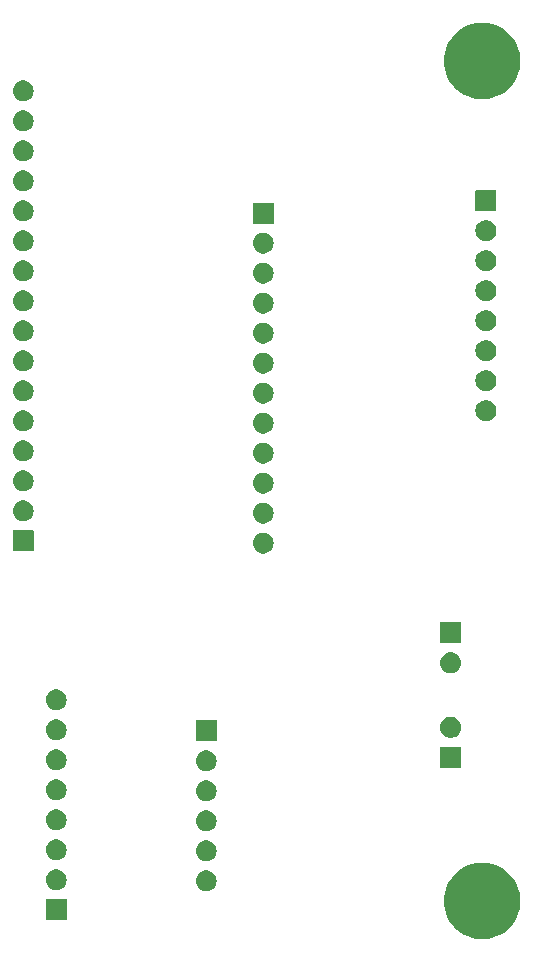
<source format=gbr>
%TF.GenerationSoftware,KiCad,Pcbnew,8.0.3*%
%TF.CreationDate,2024-07-09T13:00:30-04:00*%
%TF.ProjectId,PCB,5043422e-6b69-4636-9164-5f7063625858,rev?*%
%TF.SameCoordinates,Original*%
%TF.FileFunction,Soldermask,Bot*%
%TF.FilePolarity,Negative*%
%FSLAX46Y46*%
G04 Gerber Fmt 4.6, Leading zero omitted, Abs format (unit mm)*
G04 Created by KiCad (PCBNEW 8.0.3) date 2024-07-09 13:00:30*
%MOMM*%
%LPD*%
G01*
G04 APERTURE LIST*
G04 APERTURE END LIST*
G36*
X70881850Y-104754656D02*
G01*
X71224257Y-104830025D01*
X71556507Y-104941973D01*
X71874707Y-105089188D01*
X72175124Y-105269943D01*
X72454237Y-105482119D01*
X72708773Y-105723229D01*
X72935749Y-105990446D01*
X73132504Y-106280637D01*
X73296729Y-106590399D01*
X73426501Y-106916102D01*
X73520297Y-107253926D01*
X73577019Y-107599911D01*
X73596000Y-107950000D01*
X73577019Y-108300089D01*
X73520297Y-108646074D01*
X73426501Y-108983898D01*
X73296729Y-109309601D01*
X73132504Y-109619363D01*
X72935749Y-109909554D01*
X72708773Y-110176771D01*
X72454237Y-110417881D01*
X72175124Y-110630057D01*
X71874707Y-110810812D01*
X71556507Y-110958027D01*
X71224257Y-111069975D01*
X70881850Y-111145344D01*
X70533302Y-111183251D01*
X70182698Y-111183251D01*
X69834150Y-111145344D01*
X69491743Y-111069975D01*
X69159493Y-110958027D01*
X68841293Y-110810812D01*
X68540876Y-110630057D01*
X68261763Y-110417881D01*
X68007227Y-110176771D01*
X67780251Y-109909554D01*
X67583496Y-109619363D01*
X67419271Y-109309601D01*
X67289499Y-108983898D01*
X67195703Y-108646074D01*
X67138981Y-108300089D01*
X67120000Y-107950000D01*
X67138981Y-107599911D01*
X67195703Y-107253926D01*
X67289499Y-106916102D01*
X67419271Y-106590399D01*
X67583496Y-106280637D01*
X67780251Y-105990446D01*
X68007227Y-105723229D01*
X68261763Y-105482119D01*
X68540876Y-105269943D01*
X68841293Y-105089188D01*
X69159493Y-104941973D01*
X69491743Y-104830025D01*
X69834150Y-104754656D01*
X70182698Y-104716749D01*
X70533302Y-104716749D01*
X70881850Y-104754656D01*
G37*
G36*
X35154542Y-107811893D02*
G01*
X35166870Y-107820130D01*
X35175107Y-107832458D01*
X35178000Y-107847000D01*
X35178000Y-109547000D01*
X35175107Y-109561542D01*
X35166870Y-109573870D01*
X35154542Y-109582107D01*
X35140000Y-109585000D01*
X33440000Y-109585000D01*
X33425458Y-109582107D01*
X33413130Y-109573870D01*
X33404893Y-109561542D01*
X33402000Y-109547000D01*
X33402000Y-107847000D01*
X33404893Y-107832458D01*
X33413130Y-107820130D01*
X33425458Y-107811893D01*
X33440000Y-107809000D01*
X35140000Y-107809000D01*
X35154542Y-107811893D01*
G37*
G36*
X47264407Y-105406462D02*
G01*
X47434000Y-105481969D01*
X47584188Y-105591087D01*
X47708407Y-105729047D01*
X47801228Y-105889818D01*
X47858595Y-106066374D01*
X47878000Y-106251000D01*
X47858595Y-106435626D01*
X47801228Y-106612182D01*
X47708407Y-106772953D01*
X47584188Y-106910913D01*
X47434000Y-107020031D01*
X47264407Y-107095538D01*
X47082821Y-107134135D01*
X46897179Y-107134135D01*
X46715593Y-107095538D01*
X46546000Y-107020031D01*
X46395812Y-106910913D01*
X46271593Y-106772953D01*
X46178772Y-106612182D01*
X46121405Y-106435626D01*
X46102000Y-106251000D01*
X46121405Y-106066374D01*
X46178772Y-105889818D01*
X46271593Y-105729047D01*
X46395812Y-105591087D01*
X46546000Y-105481969D01*
X46715593Y-105406462D01*
X46897179Y-105367865D01*
X47082821Y-105367865D01*
X47264407Y-105406462D01*
G37*
G36*
X34564407Y-105312462D02*
G01*
X34734000Y-105387969D01*
X34884188Y-105497087D01*
X35008407Y-105635047D01*
X35101228Y-105795818D01*
X35158595Y-105972374D01*
X35178000Y-106157000D01*
X35158595Y-106341626D01*
X35101228Y-106518182D01*
X35008407Y-106678953D01*
X34884188Y-106816913D01*
X34734000Y-106926031D01*
X34564407Y-107001538D01*
X34382821Y-107040135D01*
X34197179Y-107040135D01*
X34015593Y-107001538D01*
X33846000Y-106926031D01*
X33695812Y-106816913D01*
X33571593Y-106678953D01*
X33478772Y-106518182D01*
X33421405Y-106341626D01*
X33402000Y-106157000D01*
X33421405Y-105972374D01*
X33478772Y-105795818D01*
X33571593Y-105635047D01*
X33695812Y-105497087D01*
X33846000Y-105387969D01*
X34015593Y-105312462D01*
X34197179Y-105273865D01*
X34382821Y-105273865D01*
X34564407Y-105312462D01*
G37*
G36*
X47264407Y-102866462D02*
G01*
X47434000Y-102941969D01*
X47584188Y-103051087D01*
X47708407Y-103189047D01*
X47801228Y-103349818D01*
X47858595Y-103526374D01*
X47878000Y-103711000D01*
X47858595Y-103895626D01*
X47801228Y-104072182D01*
X47708407Y-104232953D01*
X47584188Y-104370913D01*
X47434000Y-104480031D01*
X47264407Y-104555538D01*
X47082821Y-104594135D01*
X46897179Y-104594135D01*
X46715593Y-104555538D01*
X46546000Y-104480031D01*
X46395812Y-104370913D01*
X46271593Y-104232953D01*
X46178772Y-104072182D01*
X46121405Y-103895626D01*
X46102000Y-103711000D01*
X46121405Y-103526374D01*
X46178772Y-103349818D01*
X46271593Y-103189047D01*
X46395812Y-103051087D01*
X46546000Y-102941969D01*
X46715593Y-102866462D01*
X46897179Y-102827865D01*
X47082821Y-102827865D01*
X47264407Y-102866462D01*
G37*
G36*
X34564407Y-102772462D02*
G01*
X34734000Y-102847969D01*
X34884188Y-102957087D01*
X35008407Y-103095047D01*
X35101228Y-103255818D01*
X35158595Y-103432374D01*
X35178000Y-103617000D01*
X35158595Y-103801626D01*
X35101228Y-103978182D01*
X35008407Y-104138953D01*
X34884188Y-104276913D01*
X34734000Y-104386031D01*
X34564407Y-104461538D01*
X34382821Y-104500135D01*
X34197179Y-104500135D01*
X34015593Y-104461538D01*
X33846000Y-104386031D01*
X33695812Y-104276913D01*
X33571593Y-104138953D01*
X33478772Y-103978182D01*
X33421405Y-103801626D01*
X33402000Y-103617000D01*
X33421405Y-103432374D01*
X33478772Y-103255818D01*
X33571593Y-103095047D01*
X33695812Y-102957087D01*
X33846000Y-102847969D01*
X34015593Y-102772462D01*
X34197179Y-102733865D01*
X34382821Y-102733865D01*
X34564407Y-102772462D01*
G37*
G36*
X47264407Y-100326462D02*
G01*
X47434000Y-100401969D01*
X47584188Y-100511087D01*
X47708407Y-100649047D01*
X47801228Y-100809818D01*
X47858595Y-100986374D01*
X47878000Y-101171000D01*
X47858595Y-101355626D01*
X47801228Y-101532182D01*
X47708407Y-101692953D01*
X47584188Y-101830913D01*
X47434000Y-101940031D01*
X47264407Y-102015538D01*
X47082821Y-102054135D01*
X46897179Y-102054135D01*
X46715593Y-102015538D01*
X46546000Y-101940031D01*
X46395812Y-101830913D01*
X46271593Y-101692953D01*
X46178772Y-101532182D01*
X46121405Y-101355626D01*
X46102000Y-101171000D01*
X46121405Y-100986374D01*
X46178772Y-100809818D01*
X46271593Y-100649047D01*
X46395812Y-100511087D01*
X46546000Y-100401969D01*
X46715593Y-100326462D01*
X46897179Y-100287865D01*
X47082821Y-100287865D01*
X47264407Y-100326462D01*
G37*
G36*
X34564407Y-100232462D02*
G01*
X34734000Y-100307969D01*
X34884188Y-100417087D01*
X35008407Y-100555047D01*
X35101228Y-100715818D01*
X35158595Y-100892374D01*
X35178000Y-101077000D01*
X35158595Y-101261626D01*
X35101228Y-101438182D01*
X35008407Y-101598953D01*
X34884188Y-101736913D01*
X34734000Y-101846031D01*
X34564407Y-101921538D01*
X34382821Y-101960135D01*
X34197179Y-101960135D01*
X34015593Y-101921538D01*
X33846000Y-101846031D01*
X33695812Y-101736913D01*
X33571593Y-101598953D01*
X33478772Y-101438182D01*
X33421405Y-101261626D01*
X33402000Y-101077000D01*
X33421405Y-100892374D01*
X33478772Y-100715818D01*
X33571593Y-100555047D01*
X33695812Y-100417087D01*
X33846000Y-100307969D01*
X34015593Y-100232462D01*
X34197179Y-100193865D01*
X34382821Y-100193865D01*
X34564407Y-100232462D01*
G37*
G36*
X47264407Y-97786462D02*
G01*
X47434000Y-97861969D01*
X47584188Y-97971087D01*
X47708407Y-98109047D01*
X47801228Y-98269818D01*
X47858595Y-98446374D01*
X47878000Y-98631000D01*
X47858595Y-98815626D01*
X47801228Y-98992182D01*
X47708407Y-99152953D01*
X47584188Y-99290913D01*
X47434000Y-99400031D01*
X47264407Y-99475538D01*
X47082821Y-99514135D01*
X46897179Y-99514135D01*
X46715593Y-99475538D01*
X46546000Y-99400031D01*
X46395812Y-99290913D01*
X46271593Y-99152953D01*
X46178772Y-98992182D01*
X46121405Y-98815626D01*
X46102000Y-98631000D01*
X46121405Y-98446374D01*
X46178772Y-98269818D01*
X46271593Y-98109047D01*
X46395812Y-97971087D01*
X46546000Y-97861969D01*
X46715593Y-97786462D01*
X46897179Y-97747865D01*
X47082821Y-97747865D01*
X47264407Y-97786462D01*
G37*
G36*
X34564407Y-97692462D02*
G01*
X34734000Y-97767969D01*
X34884188Y-97877087D01*
X35008407Y-98015047D01*
X35101228Y-98175818D01*
X35158595Y-98352374D01*
X35178000Y-98537000D01*
X35158595Y-98721626D01*
X35101228Y-98898182D01*
X35008407Y-99058953D01*
X34884188Y-99196913D01*
X34734000Y-99306031D01*
X34564407Y-99381538D01*
X34382821Y-99420135D01*
X34197179Y-99420135D01*
X34015593Y-99381538D01*
X33846000Y-99306031D01*
X33695812Y-99196913D01*
X33571593Y-99058953D01*
X33478772Y-98898182D01*
X33421405Y-98721626D01*
X33402000Y-98537000D01*
X33421405Y-98352374D01*
X33478772Y-98175818D01*
X33571593Y-98015047D01*
X33695812Y-97877087D01*
X33846000Y-97767969D01*
X34015593Y-97692462D01*
X34197179Y-97653865D01*
X34382821Y-97653865D01*
X34564407Y-97692462D01*
G37*
G36*
X47264407Y-95246462D02*
G01*
X47434000Y-95321969D01*
X47584188Y-95431087D01*
X47708407Y-95569047D01*
X47801228Y-95729818D01*
X47858595Y-95906374D01*
X47878000Y-96091000D01*
X47858595Y-96275626D01*
X47801228Y-96452182D01*
X47708407Y-96612953D01*
X47584188Y-96750913D01*
X47434000Y-96860031D01*
X47264407Y-96935538D01*
X47082821Y-96974135D01*
X46897179Y-96974135D01*
X46715593Y-96935538D01*
X46546000Y-96860031D01*
X46395812Y-96750913D01*
X46271593Y-96612953D01*
X46178772Y-96452182D01*
X46121405Y-96275626D01*
X46102000Y-96091000D01*
X46121405Y-95906374D01*
X46178772Y-95729818D01*
X46271593Y-95569047D01*
X46395812Y-95431087D01*
X46546000Y-95321969D01*
X46715593Y-95246462D01*
X46897179Y-95207865D01*
X47082821Y-95207865D01*
X47264407Y-95246462D01*
G37*
G36*
X34564407Y-95152462D02*
G01*
X34734000Y-95227969D01*
X34884188Y-95337087D01*
X35008407Y-95475047D01*
X35101228Y-95635818D01*
X35158595Y-95812374D01*
X35178000Y-95997000D01*
X35158595Y-96181626D01*
X35101228Y-96358182D01*
X35008407Y-96518953D01*
X34884188Y-96656913D01*
X34734000Y-96766031D01*
X34564407Y-96841538D01*
X34382821Y-96880135D01*
X34197179Y-96880135D01*
X34015593Y-96841538D01*
X33846000Y-96766031D01*
X33695812Y-96656913D01*
X33571593Y-96518953D01*
X33478772Y-96358182D01*
X33421405Y-96181626D01*
X33402000Y-95997000D01*
X33421405Y-95812374D01*
X33478772Y-95635818D01*
X33571593Y-95475047D01*
X33695812Y-95337087D01*
X33846000Y-95227969D01*
X34015593Y-95152462D01*
X34197179Y-95113865D01*
X34382821Y-95113865D01*
X34564407Y-95152462D01*
G37*
G36*
X68542542Y-94919893D02*
G01*
X68554870Y-94928130D01*
X68563107Y-94940458D01*
X68566000Y-94955000D01*
X68566000Y-96655000D01*
X68563107Y-96669542D01*
X68554870Y-96681870D01*
X68542542Y-96690107D01*
X68528000Y-96693000D01*
X66828000Y-96693000D01*
X66813458Y-96690107D01*
X66801130Y-96681870D01*
X66792893Y-96669542D01*
X66790000Y-96655000D01*
X66790000Y-94955000D01*
X66792893Y-94940458D01*
X66801130Y-94928130D01*
X66813458Y-94919893D01*
X66828000Y-94917000D01*
X68528000Y-94917000D01*
X68542542Y-94919893D01*
G37*
G36*
X47854542Y-92665893D02*
G01*
X47866870Y-92674130D01*
X47875107Y-92686458D01*
X47878000Y-92701000D01*
X47878000Y-94401000D01*
X47875107Y-94415542D01*
X47866870Y-94427870D01*
X47854542Y-94436107D01*
X47840000Y-94439000D01*
X46140000Y-94439000D01*
X46125458Y-94436107D01*
X46113130Y-94427870D01*
X46104893Y-94415542D01*
X46102000Y-94401000D01*
X46102000Y-92701000D01*
X46104893Y-92686458D01*
X46113130Y-92674130D01*
X46125458Y-92665893D01*
X46140000Y-92663000D01*
X47840000Y-92663000D01*
X47854542Y-92665893D01*
G37*
G36*
X34564407Y-92612462D02*
G01*
X34734000Y-92687969D01*
X34884188Y-92797087D01*
X35008407Y-92935047D01*
X35101228Y-93095818D01*
X35158595Y-93272374D01*
X35178000Y-93457000D01*
X35158595Y-93641626D01*
X35101228Y-93818182D01*
X35008407Y-93978953D01*
X34884188Y-94116913D01*
X34734000Y-94226031D01*
X34564407Y-94301538D01*
X34382821Y-94340135D01*
X34197179Y-94340135D01*
X34015593Y-94301538D01*
X33846000Y-94226031D01*
X33695812Y-94116913D01*
X33571593Y-93978953D01*
X33478772Y-93818182D01*
X33421405Y-93641626D01*
X33402000Y-93457000D01*
X33421405Y-93272374D01*
X33478772Y-93095818D01*
X33571593Y-92935047D01*
X33695812Y-92797087D01*
X33846000Y-92687969D01*
X34015593Y-92612462D01*
X34197179Y-92573865D01*
X34382821Y-92573865D01*
X34564407Y-92612462D01*
G37*
G36*
X67952407Y-92420462D02*
G01*
X68122000Y-92495969D01*
X68272188Y-92605087D01*
X68396407Y-92743047D01*
X68489228Y-92903818D01*
X68546595Y-93080374D01*
X68566000Y-93265000D01*
X68546595Y-93449626D01*
X68489228Y-93626182D01*
X68396407Y-93786953D01*
X68272188Y-93924913D01*
X68122000Y-94034031D01*
X67952407Y-94109538D01*
X67770821Y-94148135D01*
X67585179Y-94148135D01*
X67403593Y-94109538D01*
X67234000Y-94034031D01*
X67083812Y-93924913D01*
X66959593Y-93786953D01*
X66866772Y-93626182D01*
X66809405Y-93449626D01*
X66790000Y-93265000D01*
X66809405Y-93080374D01*
X66866772Y-92903818D01*
X66959593Y-92743047D01*
X67083812Y-92605087D01*
X67234000Y-92495969D01*
X67403593Y-92420462D01*
X67585179Y-92381865D01*
X67770821Y-92381865D01*
X67952407Y-92420462D01*
G37*
G36*
X34564407Y-90072462D02*
G01*
X34734000Y-90147969D01*
X34884188Y-90257087D01*
X35008407Y-90395047D01*
X35101228Y-90555818D01*
X35158595Y-90732374D01*
X35178000Y-90917000D01*
X35158595Y-91101626D01*
X35101228Y-91278182D01*
X35008407Y-91438953D01*
X34884188Y-91576913D01*
X34734000Y-91686031D01*
X34564407Y-91761538D01*
X34382821Y-91800135D01*
X34197179Y-91800135D01*
X34015593Y-91761538D01*
X33846000Y-91686031D01*
X33695812Y-91576913D01*
X33571593Y-91438953D01*
X33478772Y-91278182D01*
X33421405Y-91101626D01*
X33402000Y-90917000D01*
X33421405Y-90732374D01*
X33478772Y-90555818D01*
X33571593Y-90395047D01*
X33695812Y-90257087D01*
X33846000Y-90147969D01*
X34015593Y-90072462D01*
X34197179Y-90033865D01*
X34382821Y-90033865D01*
X34564407Y-90072462D01*
G37*
G36*
X67952407Y-86950462D02*
G01*
X68122000Y-87025969D01*
X68272188Y-87135087D01*
X68396407Y-87273047D01*
X68489228Y-87433818D01*
X68546595Y-87610374D01*
X68566000Y-87795000D01*
X68546595Y-87979626D01*
X68489228Y-88156182D01*
X68396407Y-88316953D01*
X68272188Y-88454913D01*
X68122000Y-88564031D01*
X67952407Y-88639538D01*
X67770821Y-88678135D01*
X67585179Y-88678135D01*
X67403593Y-88639538D01*
X67234000Y-88564031D01*
X67083812Y-88454913D01*
X66959593Y-88316953D01*
X66866772Y-88156182D01*
X66809405Y-87979626D01*
X66790000Y-87795000D01*
X66809405Y-87610374D01*
X66866772Y-87433818D01*
X66959593Y-87273047D01*
X67083812Y-87135087D01*
X67234000Y-87025969D01*
X67403593Y-86950462D01*
X67585179Y-86911865D01*
X67770821Y-86911865D01*
X67952407Y-86950462D01*
G37*
G36*
X68542542Y-84369893D02*
G01*
X68554870Y-84378130D01*
X68563107Y-84390458D01*
X68566000Y-84405000D01*
X68566000Y-86105000D01*
X68563107Y-86119542D01*
X68554870Y-86131870D01*
X68542542Y-86140107D01*
X68528000Y-86143000D01*
X66828000Y-86143000D01*
X66813458Y-86140107D01*
X66801130Y-86131870D01*
X66792893Y-86119542D01*
X66790000Y-86105000D01*
X66790000Y-84405000D01*
X66792893Y-84390458D01*
X66801130Y-84378130D01*
X66813458Y-84369893D01*
X66828000Y-84367000D01*
X68528000Y-84367000D01*
X68542542Y-84369893D01*
G37*
G36*
X52090407Y-76815462D02*
G01*
X52260000Y-76890969D01*
X52410188Y-77000087D01*
X52534407Y-77138047D01*
X52627228Y-77298818D01*
X52684595Y-77475374D01*
X52704000Y-77660000D01*
X52684595Y-77844626D01*
X52627228Y-78021182D01*
X52534407Y-78181953D01*
X52410188Y-78319913D01*
X52260000Y-78429031D01*
X52090407Y-78504538D01*
X51908821Y-78543135D01*
X51723179Y-78543135D01*
X51541593Y-78504538D01*
X51372000Y-78429031D01*
X51221812Y-78319913D01*
X51097593Y-78181953D01*
X51004772Y-78021182D01*
X50947405Y-77844626D01*
X50928000Y-77660000D01*
X50947405Y-77475374D01*
X51004772Y-77298818D01*
X51097593Y-77138047D01*
X51221812Y-77000087D01*
X51372000Y-76890969D01*
X51541593Y-76815462D01*
X51723179Y-76776865D01*
X51908821Y-76776865D01*
X52090407Y-76815462D01*
G37*
G36*
X32360542Y-76584893D02*
G01*
X32372870Y-76593130D01*
X32381107Y-76605458D01*
X32384000Y-76620000D01*
X32384000Y-78320000D01*
X32381107Y-78334542D01*
X32372870Y-78346870D01*
X32360542Y-78355107D01*
X32346000Y-78358000D01*
X30646000Y-78358000D01*
X30631458Y-78355107D01*
X30619130Y-78346870D01*
X30610893Y-78334542D01*
X30608000Y-78320000D01*
X30608000Y-76620000D01*
X30610893Y-76605458D01*
X30619130Y-76593130D01*
X30631458Y-76584893D01*
X30646000Y-76582000D01*
X32346000Y-76582000D01*
X32360542Y-76584893D01*
G37*
G36*
X52090407Y-74275462D02*
G01*
X52260000Y-74350969D01*
X52410188Y-74460087D01*
X52534407Y-74598047D01*
X52627228Y-74758818D01*
X52684595Y-74935374D01*
X52704000Y-75120000D01*
X52684595Y-75304626D01*
X52627228Y-75481182D01*
X52534407Y-75641953D01*
X52410188Y-75779913D01*
X52260000Y-75889031D01*
X52090407Y-75964538D01*
X51908821Y-76003135D01*
X51723179Y-76003135D01*
X51541593Y-75964538D01*
X51372000Y-75889031D01*
X51221812Y-75779913D01*
X51097593Y-75641953D01*
X51004772Y-75481182D01*
X50947405Y-75304626D01*
X50928000Y-75120000D01*
X50947405Y-74935374D01*
X51004772Y-74758818D01*
X51097593Y-74598047D01*
X51221812Y-74460087D01*
X51372000Y-74350969D01*
X51541593Y-74275462D01*
X51723179Y-74236865D01*
X51908821Y-74236865D01*
X52090407Y-74275462D01*
G37*
G36*
X31770407Y-74085462D02*
G01*
X31940000Y-74160969D01*
X32090188Y-74270087D01*
X32214407Y-74408047D01*
X32307228Y-74568818D01*
X32364595Y-74745374D01*
X32384000Y-74930000D01*
X32364595Y-75114626D01*
X32307228Y-75291182D01*
X32214407Y-75451953D01*
X32090188Y-75589913D01*
X31940000Y-75699031D01*
X31770407Y-75774538D01*
X31588821Y-75813135D01*
X31403179Y-75813135D01*
X31221593Y-75774538D01*
X31052000Y-75699031D01*
X30901812Y-75589913D01*
X30777593Y-75451953D01*
X30684772Y-75291182D01*
X30627405Y-75114626D01*
X30608000Y-74930000D01*
X30627405Y-74745374D01*
X30684772Y-74568818D01*
X30777593Y-74408047D01*
X30901812Y-74270087D01*
X31052000Y-74160969D01*
X31221593Y-74085462D01*
X31403179Y-74046865D01*
X31588821Y-74046865D01*
X31770407Y-74085462D01*
G37*
G36*
X52090407Y-71735462D02*
G01*
X52260000Y-71810969D01*
X52410188Y-71920087D01*
X52534407Y-72058047D01*
X52627228Y-72218818D01*
X52684595Y-72395374D01*
X52704000Y-72580000D01*
X52684595Y-72764626D01*
X52627228Y-72941182D01*
X52534407Y-73101953D01*
X52410188Y-73239913D01*
X52260000Y-73349031D01*
X52090407Y-73424538D01*
X51908821Y-73463135D01*
X51723179Y-73463135D01*
X51541593Y-73424538D01*
X51372000Y-73349031D01*
X51221812Y-73239913D01*
X51097593Y-73101953D01*
X51004772Y-72941182D01*
X50947405Y-72764626D01*
X50928000Y-72580000D01*
X50947405Y-72395374D01*
X51004772Y-72218818D01*
X51097593Y-72058047D01*
X51221812Y-71920087D01*
X51372000Y-71810969D01*
X51541593Y-71735462D01*
X51723179Y-71696865D01*
X51908821Y-71696865D01*
X52090407Y-71735462D01*
G37*
G36*
X31770407Y-71545462D02*
G01*
X31940000Y-71620969D01*
X32090188Y-71730087D01*
X32214407Y-71868047D01*
X32307228Y-72028818D01*
X32364595Y-72205374D01*
X32384000Y-72390000D01*
X32364595Y-72574626D01*
X32307228Y-72751182D01*
X32214407Y-72911953D01*
X32090188Y-73049913D01*
X31940000Y-73159031D01*
X31770407Y-73234538D01*
X31588821Y-73273135D01*
X31403179Y-73273135D01*
X31221593Y-73234538D01*
X31052000Y-73159031D01*
X30901812Y-73049913D01*
X30777593Y-72911953D01*
X30684772Y-72751182D01*
X30627405Y-72574626D01*
X30608000Y-72390000D01*
X30627405Y-72205374D01*
X30684772Y-72028818D01*
X30777593Y-71868047D01*
X30901812Y-71730087D01*
X31052000Y-71620969D01*
X31221593Y-71545462D01*
X31403179Y-71506865D01*
X31588821Y-71506865D01*
X31770407Y-71545462D01*
G37*
G36*
X52090407Y-69195462D02*
G01*
X52260000Y-69270969D01*
X52410188Y-69380087D01*
X52534407Y-69518047D01*
X52627228Y-69678818D01*
X52684595Y-69855374D01*
X52704000Y-70040000D01*
X52684595Y-70224626D01*
X52627228Y-70401182D01*
X52534407Y-70561953D01*
X52410188Y-70699913D01*
X52260000Y-70809031D01*
X52090407Y-70884538D01*
X51908821Y-70923135D01*
X51723179Y-70923135D01*
X51541593Y-70884538D01*
X51372000Y-70809031D01*
X51221812Y-70699913D01*
X51097593Y-70561953D01*
X51004772Y-70401182D01*
X50947405Y-70224626D01*
X50928000Y-70040000D01*
X50947405Y-69855374D01*
X51004772Y-69678818D01*
X51097593Y-69518047D01*
X51221812Y-69380087D01*
X51372000Y-69270969D01*
X51541593Y-69195462D01*
X51723179Y-69156865D01*
X51908821Y-69156865D01*
X52090407Y-69195462D01*
G37*
G36*
X31770407Y-69005462D02*
G01*
X31940000Y-69080969D01*
X32090188Y-69190087D01*
X32214407Y-69328047D01*
X32307228Y-69488818D01*
X32364595Y-69665374D01*
X32384000Y-69850000D01*
X32364595Y-70034626D01*
X32307228Y-70211182D01*
X32214407Y-70371953D01*
X32090188Y-70509913D01*
X31940000Y-70619031D01*
X31770407Y-70694538D01*
X31588821Y-70733135D01*
X31403179Y-70733135D01*
X31221593Y-70694538D01*
X31052000Y-70619031D01*
X30901812Y-70509913D01*
X30777593Y-70371953D01*
X30684772Y-70211182D01*
X30627405Y-70034626D01*
X30608000Y-69850000D01*
X30627405Y-69665374D01*
X30684772Y-69488818D01*
X30777593Y-69328047D01*
X30901812Y-69190087D01*
X31052000Y-69080969D01*
X31221593Y-69005462D01*
X31403179Y-68966865D01*
X31588821Y-68966865D01*
X31770407Y-69005462D01*
G37*
G36*
X52090407Y-66655462D02*
G01*
X52260000Y-66730969D01*
X52410188Y-66840087D01*
X52534407Y-66978047D01*
X52627228Y-67138818D01*
X52684595Y-67315374D01*
X52704000Y-67500000D01*
X52684595Y-67684626D01*
X52627228Y-67861182D01*
X52534407Y-68021953D01*
X52410188Y-68159913D01*
X52260000Y-68269031D01*
X52090407Y-68344538D01*
X51908821Y-68383135D01*
X51723179Y-68383135D01*
X51541593Y-68344538D01*
X51372000Y-68269031D01*
X51221812Y-68159913D01*
X51097593Y-68021953D01*
X51004772Y-67861182D01*
X50947405Y-67684626D01*
X50928000Y-67500000D01*
X50947405Y-67315374D01*
X51004772Y-67138818D01*
X51097593Y-66978047D01*
X51221812Y-66840087D01*
X51372000Y-66730969D01*
X51541593Y-66655462D01*
X51723179Y-66616865D01*
X51908821Y-66616865D01*
X52090407Y-66655462D01*
G37*
G36*
X31770407Y-66465462D02*
G01*
X31940000Y-66540969D01*
X32090188Y-66650087D01*
X32214407Y-66788047D01*
X32307228Y-66948818D01*
X32364595Y-67125374D01*
X32384000Y-67310000D01*
X32364595Y-67494626D01*
X32307228Y-67671182D01*
X32214407Y-67831953D01*
X32090188Y-67969913D01*
X31940000Y-68079031D01*
X31770407Y-68154538D01*
X31588821Y-68193135D01*
X31403179Y-68193135D01*
X31221593Y-68154538D01*
X31052000Y-68079031D01*
X30901812Y-67969913D01*
X30777593Y-67831953D01*
X30684772Y-67671182D01*
X30627405Y-67494626D01*
X30608000Y-67310000D01*
X30627405Y-67125374D01*
X30684772Y-66948818D01*
X30777593Y-66788047D01*
X30901812Y-66650087D01*
X31052000Y-66540969D01*
X31221593Y-66465462D01*
X31403179Y-66426865D01*
X31588821Y-66426865D01*
X31770407Y-66465462D01*
G37*
G36*
X70952407Y-65590462D02*
G01*
X71122000Y-65665969D01*
X71272188Y-65775087D01*
X71396407Y-65913047D01*
X71489228Y-66073818D01*
X71546595Y-66250374D01*
X71566000Y-66435000D01*
X71546595Y-66619626D01*
X71489228Y-66796182D01*
X71396407Y-66956953D01*
X71272188Y-67094913D01*
X71122000Y-67204031D01*
X70952407Y-67279538D01*
X70770821Y-67318135D01*
X70585179Y-67318135D01*
X70403593Y-67279538D01*
X70234000Y-67204031D01*
X70083812Y-67094913D01*
X69959593Y-66956953D01*
X69866772Y-66796182D01*
X69809405Y-66619626D01*
X69790000Y-66435000D01*
X69809405Y-66250374D01*
X69866772Y-66073818D01*
X69959593Y-65913047D01*
X70083812Y-65775087D01*
X70234000Y-65665969D01*
X70403593Y-65590462D01*
X70585179Y-65551865D01*
X70770821Y-65551865D01*
X70952407Y-65590462D01*
G37*
G36*
X52090407Y-64115462D02*
G01*
X52260000Y-64190969D01*
X52410188Y-64300087D01*
X52534407Y-64438047D01*
X52627228Y-64598818D01*
X52684595Y-64775374D01*
X52704000Y-64960000D01*
X52684595Y-65144626D01*
X52627228Y-65321182D01*
X52534407Y-65481953D01*
X52410188Y-65619913D01*
X52260000Y-65729031D01*
X52090407Y-65804538D01*
X51908821Y-65843135D01*
X51723179Y-65843135D01*
X51541593Y-65804538D01*
X51372000Y-65729031D01*
X51221812Y-65619913D01*
X51097593Y-65481953D01*
X51004772Y-65321182D01*
X50947405Y-65144626D01*
X50928000Y-64960000D01*
X50947405Y-64775374D01*
X51004772Y-64598818D01*
X51097593Y-64438047D01*
X51221812Y-64300087D01*
X51372000Y-64190969D01*
X51541593Y-64115462D01*
X51723179Y-64076865D01*
X51908821Y-64076865D01*
X52090407Y-64115462D01*
G37*
G36*
X31770407Y-63925462D02*
G01*
X31940000Y-64000969D01*
X32090188Y-64110087D01*
X32214407Y-64248047D01*
X32307228Y-64408818D01*
X32364595Y-64585374D01*
X32384000Y-64770000D01*
X32364595Y-64954626D01*
X32307228Y-65131182D01*
X32214407Y-65291953D01*
X32090188Y-65429913D01*
X31940000Y-65539031D01*
X31770407Y-65614538D01*
X31588821Y-65653135D01*
X31403179Y-65653135D01*
X31221593Y-65614538D01*
X31052000Y-65539031D01*
X30901812Y-65429913D01*
X30777593Y-65291953D01*
X30684772Y-65131182D01*
X30627405Y-64954626D01*
X30608000Y-64770000D01*
X30627405Y-64585374D01*
X30684772Y-64408818D01*
X30777593Y-64248047D01*
X30901812Y-64110087D01*
X31052000Y-64000969D01*
X31221593Y-63925462D01*
X31403179Y-63886865D01*
X31588821Y-63886865D01*
X31770407Y-63925462D01*
G37*
G36*
X70952407Y-63050462D02*
G01*
X71122000Y-63125969D01*
X71272188Y-63235087D01*
X71396407Y-63373047D01*
X71489228Y-63533818D01*
X71546595Y-63710374D01*
X71566000Y-63895000D01*
X71546595Y-64079626D01*
X71489228Y-64256182D01*
X71396407Y-64416953D01*
X71272188Y-64554913D01*
X71122000Y-64664031D01*
X70952407Y-64739538D01*
X70770821Y-64778135D01*
X70585179Y-64778135D01*
X70403593Y-64739538D01*
X70234000Y-64664031D01*
X70083812Y-64554913D01*
X69959593Y-64416953D01*
X69866772Y-64256182D01*
X69809405Y-64079626D01*
X69790000Y-63895000D01*
X69809405Y-63710374D01*
X69866772Y-63533818D01*
X69959593Y-63373047D01*
X70083812Y-63235087D01*
X70234000Y-63125969D01*
X70403593Y-63050462D01*
X70585179Y-63011865D01*
X70770821Y-63011865D01*
X70952407Y-63050462D01*
G37*
G36*
X52090407Y-61575462D02*
G01*
X52260000Y-61650969D01*
X52410188Y-61760087D01*
X52534407Y-61898047D01*
X52627228Y-62058818D01*
X52684595Y-62235374D01*
X52704000Y-62420000D01*
X52684595Y-62604626D01*
X52627228Y-62781182D01*
X52534407Y-62941953D01*
X52410188Y-63079913D01*
X52260000Y-63189031D01*
X52090407Y-63264538D01*
X51908821Y-63303135D01*
X51723179Y-63303135D01*
X51541593Y-63264538D01*
X51372000Y-63189031D01*
X51221812Y-63079913D01*
X51097593Y-62941953D01*
X51004772Y-62781182D01*
X50947405Y-62604626D01*
X50928000Y-62420000D01*
X50947405Y-62235374D01*
X51004772Y-62058818D01*
X51097593Y-61898047D01*
X51221812Y-61760087D01*
X51372000Y-61650969D01*
X51541593Y-61575462D01*
X51723179Y-61536865D01*
X51908821Y-61536865D01*
X52090407Y-61575462D01*
G37*
G36*
X31770407Y-61385462D02*
G01*
X31940000Y-61460969D01*
X32090188Y-61570087D01*
X32214407Y-61708047D01*
X32307228Y-61868818D01*
X32364595Y-62045374D01*
X32384000Y-62230000D01*
X32364595Y-62414626D01*
X32307228Y-62591182D01*
X32214407Y-62751953D01*
X32090188Y-62889913D01*
X31940000Y-62999031D01*
X31770407Y-63074538D01*
X31588821Y-63113135D01*
X31403179Y-63113135D01*
X31221593Y-63074538D01*
X31052000Y-62999031D01*
X30901812Y-62889913D01*
X30777593Y-62751953D01*
X30684772Y-62591182D01*
X30627405Y-62414626D01*
X30608000Y-62230000D01*
X30627405Y-62045374D01*
X30684772Y-61868818D01*
X30777593Y-61708047D01*
X30901812Y-61570087D01*
X31052000Y-61460969D01*
X31221593Y-61385462D01*
X31403179Y-61346865D01*
X31588821Y-61346865D01*
X31770407Y-61385462D01*
G37*
G36*
X70952407Y-60510462D02*
G01*
X71122000Y-60585969D01*
X71272188Y-60695087D01*
X71396407Y-60833047D01*
X71489228Y-60993818D01*
X71546595Y-61170374D01*
X71566000Y-61355000D01*
X71546595Y-61539626D01*
X71489228Y-61716182D01*
X71396407Y-61876953D01*
X71272188Y-62014913D01*
X71122000Y-62124031D01*
X70952407Y-62199538D01*
X70770821Y-62238135D01*
X70585179Y-62238135D01*
X70403593Y-62199538D01*
X70234000Y-62124031D01*
X70083812Y-62014913D01*
X69959593Y-61876953D01*
X69866772Y-61716182D01*
X69809405Y-61539626D01*
X69790000Y-61355000D01*
X69809405Y-61170374D01*
X69866772Y-60993818D01*
X69959593Y-60833047D01*
X70083812Y-60695087D01*
X70234000Y-60585969D01*
X70403593Y-60510462D01*
X70585179Y-60471865D01*
X70770821Y-60471865D01*
X70952407Y-60510462D01*
G37*
G36*
X52090407Y-59035462D02*
G01*
X52260000Y-59110969D01*
X52410188Y-59220087D01*
X52534407Y-59358047D01*
X52627228Y-59518818D01*
X52684595Y-59695374D01*
X52704000Y-59880000D01*
X52684595Y-60064626D01*
X52627228Y-60241182D01*
X52534407Y-60401953D01*
X52410188Y-60539913D01*
X52260000Y-60649031D01*
X52090407Y-60724538D01*
X51908821Y-60763135D01*
X51723179Y-60763135D01*
X51541593Y-60724538D01*
X51372000Y-60649031D01*
X51221812Y-60539913D01*
X51097593Y-60401953D01*
X51004772Y-60241182D01*
X50947405Y-60064626D01*
X50928000Y-59880000D01*
X50947405Y-59695374D01*
X51004772Y-59518818D01*
X51097593Y-59358047D01*
X51221812Y-59220087D01*
X51372000Y-59110969D01*
X51541593Y-59035462D01*
X51723179Y-58996865D01*
X51908821Y-58996865D01*
X52090407Y-59035462D01*
G37*
G36*
X31770407Y-58845462D02*
G01*
X31940000Y-58920969D01*
X32090188Y-59030087D01*
X32214407Y-59168047D01*
X32307228Y-59328818D01*
X32364595Y-59505374D01*
X32384000Y-59690000D01*
X32364595Y-59874626D01*
X32307228Y-60051182D01*
X32214407Y-60211953D01*
X32090188Y-60349913D01*
X31940000Y-60459031D01*
X31770407Y-60534538D01*
X31588821Y-60573135D01*
X31403179Y-60573135D01*
X31221593Y-60534538D01*
X31052000Y-60459031D01*
X30901812Y-60349913D01*
X30777593Y-60211953D01*
X30684772Y-60051182D01*
X30627405Y-59874626D01*
X30608000Y-59690000D01*
X30627405Y-59505374D01*
X30684772Y-59328818D01*
X30777593Y-59168047D01*
X30901812Y-59030087D01*
X31052000Y-58920969D01*
X31221593Y-58845462D01*
X31403179Y-58806865D01*
X31588821Y-58806865D01*
X31770407Y-58845462D01*
G37*
G36*
X70952407Y-57970462D02*
G01*
X71122000Y-58045969D01*
X71272188Y-58155087D01*
X71396407Y-58293047D01*
X71489228Y-58453818D01*
X71546595Y-58630374D01*
X71566000Y-58815000D01*
X71546595Y-58999626D01*
X71489228Y-59176182D01*
X71396407Y-59336953D01*
X71272188Y-59474913D01*
X71122000Y-59584031D01*
X70952407Y-59659538D01*
X70770821Y-59698135D01*
X70585179Y-59698135D01*
X70403593Y-59659538D01*
X70234000Y-59584031D01*
X70083812Y-59474913D01*
X69959593Y-59336953D01*
X69866772Y-59176182D01*
X69809405Y-58999626D01*
X69790000Y-58815000D01*
X69809405Y-58630374D01*
X69866772Y-58453818D01*
X69959593Y-58293047D01*
X70083812Y-58155087D01*
X70234000Y-58045969D01*
X70403593Y-57970462D01*
X70585179Y-57931865D01*
X70770821Y-57931865D01*
X70952407Y-57970462D01*
G37*
G36*
X52090407Y-56495462D02*
G01*
X52260000Y-56570969D01*
X52410188Y-56680087D01*
X52534407Y-56818047D01*
X52627228Y-56978818D01*
X52684595Y-57155374D01*
X52704000Y-57340000D01*
X52684595Y-57524626D01*
X52627228Y-57701182D01*
X52534407Y-57861953D01*
X52410188Y-57999913D01*
X52260000Y-58109031D01*
X52090407Y-58184538D01*
X51908821Y-58223135D01*
X51723179Y-58223135D01*
X51541593Y-58184538D01*
X51372000Y-58109031D01*
X51221812Y-57999913D01*
X51097593Y-57861953D01*
X51004772Y-57701182D01*
X50947405Y-57524626D01*
X50928000Y-57340000D01*
X50947405Y-57155374D01*
X51004772Y-56978818D01*
X51097593Y-56818047D01*
X51221812Y-56680087D01*
X51372000Y-56570969D01*
X51541593Y-56495462D01*
X51723179Y-56456865D01*
X51908821Y-56456865D01*
X52090407Y-56495462D01*
G37*
G36*
X31770407Y-56305462D02*
G01*
X31940000Y-56380969D01*
X32090188Y-56490087D01*
X32214407Y-56628047D01*
X32307228Y-56788818D01*
X32364595Y-56965374D01*
X32384000Y-57150000D01*
X32364595Y-57334626D01*
X32307228Y-57511182D01*
X32214407Y-57671953D01*
X32090188Y-57809913D01*
X31940000Y-57919031D01*
X31770407Y-57994538D01*
X31588821Y-58033135D01*
X31403179Y-58033135D01*
X31221593Y-57994538D01*
X31052000Y-57919031D01*
X30901812Y-57809913D01*
X30777593Y-57671953D01*
X30684772Y-57511182D01*
X30627405Y-57334626D01*
X30608000Y-57150000D01*
X30627405Y-56965374D01*
X30684772Y-56788818D01*
X30777593Y-56628047D01*
X30901812Y-56490087D01*
X31052000Y-56380969D01*
X31221593Y-56305462D01*
X31403179Y-56266865D01*
X31588821Y-56266865D01*
X31770407Y-56305462D01*
G37*
G36*
X70952407Y-55430462D02*
G01*
X71122000Y-55505969D01*
X71272188Y-55615087D01*
X71396407Y-55753047D01*
X71489228Y-55913818D01*
X71546595Y-56090374D01*
X71566000Y-56275000D01*
X71546595Y-56459626D01*
X71489228Y-56636182D01*
X71396407Y-56796953D01*
X71272188Y-56934913D01*
X71122000Y-57044031D01*
X70952407Y-57119538D01*
X70770821Y-57158135D01*
X70585179Y-57158135D01*
X70403593Y-57119538D01*
X70234000Y-57044031D01*
X70083812Y-56934913D01*
X69959593Y-56796953D01*
X69866772Y-56636182D01*
X69809405Y-56459626D01*
X69790000Y-56275000D01*
X69809405Y-56090374D01*
X69866772Y-55913818D01*
X69959593Y-55753047D01*
X70083812Y-55615087D01*
X70234000Y-55505969D01*
X70403593Y-55430462D01*
X70585179Y-55391865D01*
X70770821Y-55391865D01*
X70952407Y-55430462D01*
G37*
G36*
X52090407Y-53955462D02*
G01*
X52260000Y-54030969D01*
X52410188Y-54140087D01*
X52534407Y-54278047D01*
X52627228Y-54438818D01*
X52684595Y-54615374D01*
X52704000Y-54800000D01*
X52684595Y-54984626D01*
X52627228Y-55161182D01*
X52534407Y-55321953D01*
X52410188Y-55459913D01*
X52260000Y-55569031D01*
X52090407Y-55644538D01*
X51908821Y-55683135D01*
X51723179Y-55683135D01*
X51541593Y-55644538D01*
X51372000Y-55569031D01*
X51221812Y-55459913D01*
X51097593Y-55321953D01*
X51004772Y-55161182D01*
X50947405Y-54984626D01*
X50928000Y-54800000D01*
X50947405Y-54615374D01*
X51004772Y-54438818D01*
X51097593Y-54278047D01*
X51221812Y-54140087D01*
X51372000Y-54030969D01*
X51541593Y-53955462D01*
X51723179Y-53916865D01*
X51908821Y-53916865D01*
X52090407Y-53955462D01*
G37*
G36*
X31770407Y-53765462D02*
G01*
X31940000Y-53840969D01*
X32090188Y-53950087D01*
X32214407Y-54088047D01*
X32307228Y-54248818D01*
X32364595Y-54425374D01*
X32384000Y-54610000D01*
X32364595Y-54794626D01*
X32307228Y-54971182D01*
X32214407Y-55131953D01*
X32090188Y-55269913D01*
X31940000Y-55379031D01*
X31770407Y-55454538D01*
X31588821Y-55493135D01*
X31403179Y-55493135D01*
X31221593Y-55454538D01*
X31052000Y-55379031D01*
X30901812Y-55269913D01*
X30777593Y-55131953D01*
X30684772Y-54971182D01*
X30627405Y-54794626D01*
X30608000Y-54610000D01*
X30627405Y-54425374D01*
X30684772Y-54248818D01*
X30777593Y-54088047D01*
X30901812Y-53950087D01*
X31052000Y-53840969D01*
X31221593Y-53765462D01*
X31403179Y-53726865D01*
X31588821Y-53726865D01*
X31770407Y-53765462D01*
G37*
G36*
X70952407Y-52890462D02*
G01*
X71122000Y-52965969D01*
X71272188Y-53075087D01*
X71396407Y-53213047D01*
X71489228Y-53373818D01*
X71546595Y-53550374D01*
X71566000Y-53735000D01*
X71546595Y-53919626D01*
X71489228Y-54096182D01*
X71396407Y-54256953D01*
X71272188Y-54394913D01*
X71122000Y-54504031D01*
X70952407Y-54579538D01*
X70770821Y-54618135D01*
X70585179Y-54618135D01*
X70403593Y-54579538D01*
X70234000Y-54504031D01*
X70083812Y-54394913D01*
X69959593Y-54256953D01*
X69866772Y-54096182D01*
X69809405Y-53919626D01*
X69790000Y-53735000D01*
X69809405Y-53550374D01*
X69866772Y-53373818D01*
X69959593Y-53213047D01*
X70083812Y-53075087D01*
X70234000Y-52965969D01*
X70403593Y-52890462D01*
X70585179Y-52851865D01*
X70770821Y-52851865D01*
X70952407Y-52890462D01*
G37*
G36*
X52090407Y-51415462D02*
G01*
X52260000Y-51490969D01*
X52410188Y-51600087D01*
X52534407Y-51738047D01*
X52627228Y-51898818D01*
X52684595Y-52075374D01*
X52704000Y-52260000D01*
X52684595Y-52444626D01*
X52627228Y-52621182D01*
X52534407Y-52781953D01*
X52410188Y-52919913D01*
X52260000Y-53029031D01*
X52090407Y-53104538D01*
X51908821Y-53143135D01*
X51723179Y-53143135D01*
X51541593Y-53104538D01*
X51372000Y-53029031D01*
X51221812Y-52919913D01*
X51097593Y-52781953D01*
X51004772Y-52621182D01*
X50947405Y-52444626D01*
X50928000Y-52260000D01*
X50947405Y-52075374D01*
X51004772Y-51898818D01*
X51097593Y-51738047D01*
X51221812Y-51600087D01*
X51372000Y-51490969D01*
X51541593Y-51415462D01*
X51723179Y-51376865D01*
X51908821Y-51376865D01*
X52090407Y-51415462D01*
G37*
G36*
X31770407Y-51225462D02*
G01*
X31940000Y-51300969D01*
X32090188Y-51410087D01*
X32214407Y-51548047D01*
X32307228Y-51708818D01*
X32364595Y-51885374D01*
X32384000Y-52070000D01*
X32364595Y-52254626D01*
X32307228Y-52431182D01*
X32214407Y-52591953D01*
X32090188Y-52729913D01*
X31940000Y-52839031D01*
X31770407Y-52914538D01*
X31588821Y-52953135D01*
X31403179Y-52953135D01*
X31221593Y-52914538D01*
X31052000Y-52839031D01*
X30901812Y-52729913D01*
X30777593Y-52591953D01*
X30684772Y-52431182D01*
X30627405Y-52254626D01*
X30608000Y-52070000D01*
X30627405Y-51885374D01*
X30684772Y-51708818D01*
X30777593Y-51548047D01*
X30901812Y-51410087D01*
X31052000Y-51300969D01*
X31221593Y-51225462D01*
X31403179Y-51186865D01*
X31588821Y-51186865D01*
X31770407Y-51225462D01*
G37*
G36*
X70952407Y-50350462D02*
G01*
X71122000Y-50425969D01*
X71272188Y-50535087D01*
X71396407Y-50673047D01*
X71489228Y-50833818D01*
X71546595Y-51010374D01*
X71566000Y-51195000D01*
X71546595Y-51379626D01*
X71489228Y-51556182D01*
X71396407Y-51716953D01*
X71272188Y-51854913D01*
X71122000Y-51964031D01*
X70952407Y-52039538D01*
X70770821Y-52078135D01*
X70585179Y-52078135D01*
X70403593Y-52039538D01*
X70234000Y-51964031D01*
X70083812Y-51854913D01*
X69959593Y-51716953D01*
X69866772Y-51556182D01*
X69809405Y-51379626D01*
X69790000Y-51195000D01*
X69809405Y-51010374D01*
X69866772Y-50833818D01*
X69959593Y-50673047D01*
X70083812Y-50535087D01*
X70234000Y-50425969D01*
X70403593Y-50350462D01*
X70585179Y-50311865D01*
X70770821Y-50311865D01*
X70952407Y-50350462D01*
G37*
G36*
X52680542Y-48834893D02*
G01*
X52692870Y-48843130D01*
X52701107Y-48855458D01*
X52704000Y-48870000D01*
X52704000Y-50570000D01*
X52701107Y-50584542D01*
X52692870Y-50596870D01*
X52680542Y-50605107D01*
X52666000Y-50608000D01*
X50966000Y-50608000D01*
X50951458Y-50605107D01*
X50939130Y-50596870D01*
X50930893Y-50584542D01*
X50928000Y-50570000D01*
X50928000Y-48870000D01*
X50930893Y-48855458D01*
X50939130Y-48843130D01*
X50951458Y-48834893D01*
X50966000Y-48832000D01*
X52666000Y-48832000D01*
X52680542Y-48834893D01*
G37*
G36*
X31770407Y-48685462D02*
G01*
X31940000Y-48760969D01*
X32090188Y-48870087D01*
X32214407Y-49008047D01*
X32307228Y-49168818D01*
X32364595Y-49345374D01*
X32384000Y-49530000D01*
X32364595Y-49714626D01*
X32307228Y-49891182D01*
X32214407Y-50051953D01*
X32090188Y-50189913D01*
X31940000Y-50299031D01*
X31770407Y-50374538D01*
X31588821Y-50413135D01*
X31403179Y-50413135D01*
X31221593Y-50374538D01*
X31052000Y-50299031D01*
X30901812Y-50189913D01*
X30777593Y-50051953D01*
X30684772Y-49891182D01*
X30627405Y-49714626D01*
X30608000Y-49530000D01*
X30627405Y-49345374D01*
X30684772Y-49168818D01*
X30777593Y-49008047D01*
X30901812Y-48870087D01*
X31052000Y-48760969D01*
X31221593Y-48685462D01*
X31403179Y-48646865D01*
X31588821Y-48646865D01*
X31770407Y-48685462D01*
G37*
G36*
X71542542Y-47769893D02*
G01*
X71554870Y-47778130D01*
X71563107Y-47790458D01*
X71566000Y-47805000D01*
X71566000Y-49505000D01*
X71563107Y-49519542D01*
X71554870Y-49531870D01*
X71542542Y-49540107D01*
X71528000Y-49543000D01*
X69828000Y-49543000D01*
X69813458Y-49540107D01*
X69801130Y-49531870D01*
X69792893Y-49519542D01*
X69790000Y-49505000D01*
X69790000Y-47805000D01*
X69792893Y-47790458D01*
X69801130Y-47778130D01*
X69813458Y-47769893D01*
X69828000Y-47767000D01*
X71528000Y-47767000D01*
X71542542Y-47769893D01*
G37*
G36*
X31770407Y-46145462D02*
G01*
X31940000Y-46220969D01*
X32090188Y-46330087D01*
X32214407Y-46468047D01*
X32307228Y-46628818D01*
X32364595Y-46805374D01*
X32384000Y-46990000D01*
X32364595Y-47174626D01*
X32307228Y-47351182D01*
X32214407Y-47511953D01*
X32090188Y-47649913D01*
X31940000Y-47759031D01*
X31770407Y-47834538D01*
X31588821Y-47873135D01*
X31403179Y-47873135D01*
X31221593Y-47834538D01*
X31052000Y-47759031D01*
X30901812Y-47649913D01*
X30777593Y-47511953D01*
X30684772Y-47351182D01*
X30627405Y-47174626D01*
X30608000Y-46990000D01*
X30627405Y-46805374D01*
X30684772Y-46628818D01*
X30777593Y-46468047D01*
X30901812Y-46330087D01*
X31052000Y-46220969D01*
X31221593Y-46145462D01*
X31403179Y-46106865D01*
X31588821Y-46106865D01*
X31770407Y-46145462D01*
G37*
G36*
X31770407Y-43605462D02*
G01*
X31940000Y-43680969D01*
X32090188Y-43790087D01*
X32214407Y-43928047D01*
X32307228Y-44088818D01*
X32364595Y-44265374D01*
X32384000Y-44450000D01*
X32364595Y-44634626D01*
X32307228Y-44811182D01*
X32214407Y-44971953D01*
X32090188Y-45109913D01*
X31940000Y-45219031D01*
X31770407Y-45294538D01*
X31588821Y-45333135D01*
X31403179Y-45333135D01*
X31221593Y-45294538D01*
X31052000Y-45219031D01*
X30901812Y-45109913D01*
X30777593Y-44971953D01*
X30684772Y-44811182D01*
X30627405Y-44634626D01*
X30608000Y-44450000D01*
X30627405Y-44265374D01*
X30684772Y-44088818D01*
X30777593Y-43928047D01*
X30901812Y-43790087D01*
X31052000Y-43680969D01*
X31221593Y-43605462D01*
X31403179Y-43566865D01*
X31588821Y-43566865D01*
X31770407Y-43605462D01*
G37*
G36*
X31770407Y-41065462D02*
G01*
X31940000Y-41140969D01*
X32090188Y-41250087D01*
X32214407Y-41388047D01*
X32307228Y-41548818D01*
X32364595Y-41725374D01*
X32384000Y-41910000D01*
X32364595Y-42094626D01*
X32307228Y-42271182D01*
X32214407Y-42431953D01*
X32090188Y-42569913D01*
X31940000Y-42679031D01*
X31770407Y-42754538D01*
X31588821Y-42793135D01*
X31403179Y-42793135D01*
X31221593Y-42754538D01*
X31052000Y-42679031D01*
X30901812Y-42569913D01*
X30777593Y-42431953D01*
X30684772Y-42271182D01*
X30627405Y-42094626D01*
X30608000Y-41910000D01*
X30627405Y-41725374D01*
X30684772Y-41548818D01*
X30777593Y-41388047D01*
X30901812Y-41250087D01*
X31052000Y-41140969D01*
X31221593Y-41065462D01*
X31403179Y-41026865D01*
X31588821Y-41026865D01*
X31770407Y-41065462D01*
G37*
G36*
X31770407Y-38525462D02*
G01*
X31940000Y-38600969D01*
X32090188Y-38710087D01*
X32214407Y-38848047D01*
X32307228Y-39008818D01*
X32364595Y-39185374D01*
X32384000Y-39370000D01*
X32364595Y-39554626D01*
X32307228Y-39731182D01*
X32214407Y-39891953D01*
X32090188Y-40029913D01*
X31940000Y-40139031D01*
X31770407Y-40214538D01*
X31588821Y-40253135D01*
X31403179Y-40253135D01*
X31221593Y-40214538D01*
X31052000Y-40139031D01*
X30901812Y-40029913D01*
X30777593Y-39891953D01*
X30684772Y-39731182D01*
X30627405Y-39554626D01*
X30608000Y-39370000D01*
X30627405Y-39185374D01*
X30684772Y-39008818D01*
X30777593Y-38848047D01*
X30901812Y-38710087D01*
X31052000Y-38600969D01*
X31221593Y-38525462D01*
X31403179Y-38486865D01*
X31588821Y-38486865D01*
X31770407Y-38525462D01*
G37*
G36*
X70881850Y-33634656D02*
G01*
X71224257Y-33710025D01*
X71556507Y-33821973D01*
X71874707Y-33969188D01*
X72175124Y-34149943D01*
X72454237Y-34362119D01*
X72708773Y-34603229D01*
X72935749Y-34870446D01*
X73132504Y-35160637D01*
X73296729Y-35470399D01*
X73426501Y-35796102D01*
X73520297Y-36133926D01*
X73577019Y-36479911D01*
X73596000Y-36830000D01*
X73577019Y-37180089D01*
X73520297Y-37526074D01*
X73426501Y-37863898D01*
X73296729Y-38189601D01*
X73132504Y-38499363D01*
X72935749Y-38789554D01*
X72708773Y-39056771D01*
X72454237Y-39297881D01*
X72175124Y-39510057D01*
X71874707Y-39690812D01*
X71556507Y-39838027D01*
X71224257Y-39949975D01*
X70881850Y-40025344D01*
X70533302Y-40063251D01*
X70182698Y-40063251D01*
X69834150Y-40025344D01*
X69491743Y-39949975D01*
X69159493Y-39838027D01*
X68841293Y-39690812D01*
X68540876Y-39510057D01*
X68261763Y-39297881D01*
X68007227Y-39056771D01*
X67780251Y-38789554D01*
X67583496Y-38499363D01*
X67419271Y-38189601D01*
X67289499Y-37863898D01*
X67195703Y-37526074D01*
X67138981Y-37180089D01*
X67120000Y-36830000D01*
X67138981Y-36479911D01*
X67195703Y-36133926D01*
X67289499Y-35796102D01*
X67419271Y-35470399D01*
X67583496Y-35160637D01*
X67780251Y-34870446D01*
X68007227Y-34603229D01*
X68261763Y-34362119D01*
X68540876Y-34149943D01*
X68841293Y-33969188D01*
X69159493Y-33821973D01*
X69491743Y-33710025D01*
X69834150Y-33634656D01*
X70182698Y-33596749D01*
X70533302Y-33596749D01*
X70881850Y-33634656D01*
G37*
M02*

</source>
